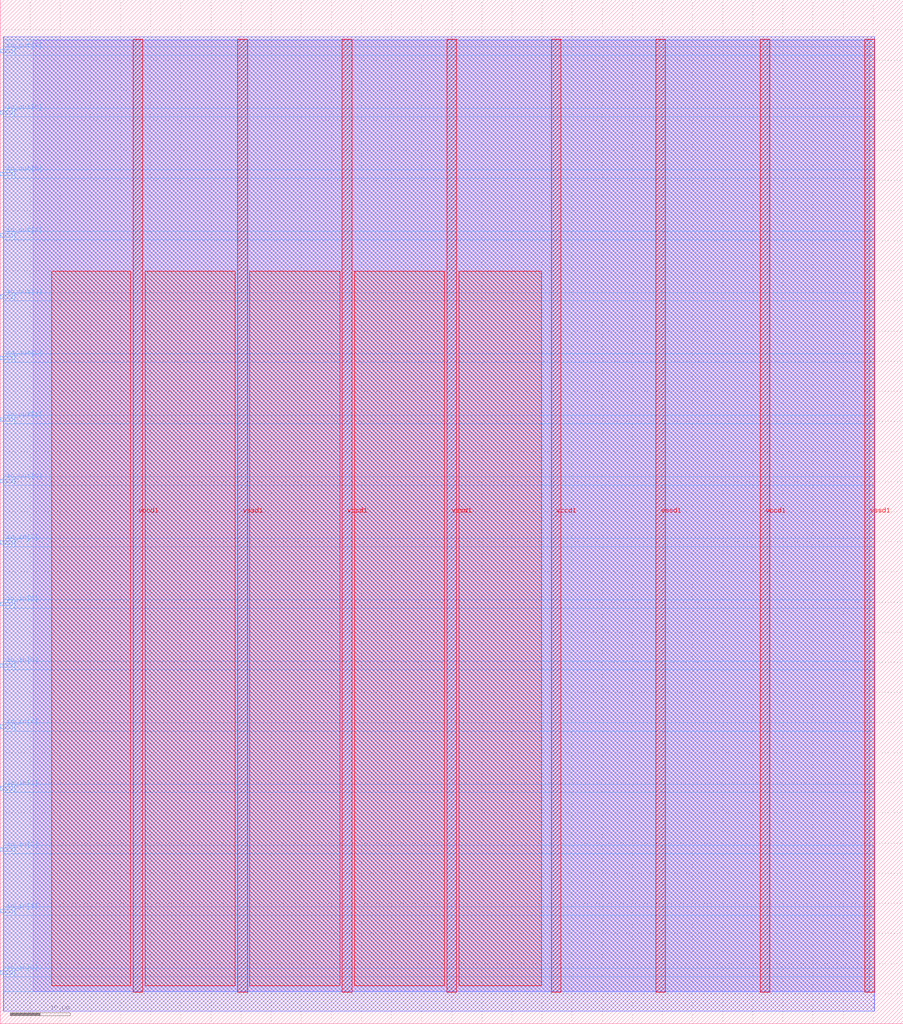
<source format=lef>
VERSION 5.7 ;
  NOWIREEXTENSIONATPIN ON ;
  DIVIDERCHAR "/" ;
  BUSBITCHARS "[]" ;
MACRO moonbase_cpu_4bit
  CLASS BLOCK ;
  FOREIGN moonbase_cpu_4bit ;
  ORIGIN 0.000 0.000 ;
  SIZE 150.000 BY 170.000 ;
  PIN io_in[0]
    DIRECTION INPUT ;
    USE SIGNAL ;
    PORT
      LAYER met3 ;
        RECT 0.000 8.200 2.000 8.800 ;
    END
  END io_in[0]
  PIN io_in[1]
    DIRECTION INPUT ;
    USE SIGNAL ;
    PORT
      LAYER met3 ;
        RECT 0.000 18.400 2.000 19.000 ;
    END
  END io_in[1]
  PIN io_in[2]
    DIRECTION INPUT ;
    USE SIGNAL ;
    PORT
      LAYER met3 ;
        RECT 0.000 28.600 2.000 29.200 ;
    END
  END io_in[2]
  PIN io_in[3]
    DIRECTION INPUT ;
    USE SIGNAL ;
    PORT
      LAYER met3 ;
        RECT 0.000 38.800 2.000 39.400 ;
    END
  END io_in[3]
  PIN io_in[4]
    DIRECTION INPUT ;
    USE SIGNAL ;
    PORT
      LAYER met3 ;
        RECT 0.000 49.000 2.000 49.600 ;
    END
  END io_in[4]
  PIN io_in[5]
    DIRECTION INPUT ;
    USE SIGNAL ;
    PORT
      LAYER met3 ;
        RECT 0.000 59.200 2.000 59.800 ;
    END
  END io_in[5]
  PIN io_in[6]
    DIRECTION INPUT ;
    USE SIGNAL ;
    PORT
      LAYER met3 ;
        RECT 0.000 69.400 2.000 70.000 ;
    END
  END io_in[6]
  PIN io_in[7]
    DIRECTION INPUT ;
    USE SIGNAL ;
    PORT
      LAYER met3 ;
        RECT 0.000 79.600 2.000 80.200 ;
    END
  END io_in[7]
  PIN io_out[0]
    DIRECTION OUTPUT TRISTATE ;
    USE SIGNAL ;
    PORT
      LAYER met3 ;
        RECT 0.000 89.800 2.000 90.400 ;
    END
  END io_out[0]
  PIN io_out[1]
    DIRECTION OUTPUT TRISTATE ;
    USE SIGNAL ;
    PORT
      LAYER met3 ;
        RECT 0.000 100.000 2.000 100.600 ;
    END
  END io_out[1]
  PIN io_out[2]
    DIRECTION OUTPUT TRISTATE ;
    USE SIGNAL ;
    PORT
      LAYER met3 ;
        RECT 0.000 110.200 2.000 110.800 ;
    END
  END io_out[2]
  PIN io_out[3]
    DIRECTION OUTPUT TRISTATE ;
    USE SIGNAL ;
    PORT
      LAYER met3 ;
        RECT 0.000 120.400 2.000 121.000 ;
    END
  END io_out[3]
  PIN io_out[4]
    DIRECTION OUTPUT TRISTATE ;
    USE SIGNAL ;
    PORT
      LAYER met3 ;
        RECT 0.000 130.600 2.000 131.200 ;
    END
  END io_out[4]
  PIN io_out[5]
    DIRECTION OUTPUT TRISTATE ;
    USE SIGNAL ;
    PORT
      LAYER met3 ;
        RECT 0.000 140.800 2.000 141.400 ;
    END
  END io_out[5]
  PIN io_out[6]
    DIRECTION OUTPUT TRISTATE ;
    USE SIGNAL ;
    PORT
      LAYER met3 ;
        RECT 0.000 151.000 2.000 151.600 ;
    END
  END io_out[6]
  PIN io_out[7]
    DIRECTION OUTPUT TRISTATE ;
    USE SIGNAL ;
    PORT
      LAYER met3 ;
        RECT 0.000 161.200 2.000 161.800 ;
    END
  END io_out[7]
  PIN vccd1
    DIRECTION INOUT ;
    USE POWER ;
    PORT
      LAYER met4 ;
        RECT 22.085 5.200 23.685 163.440 ;
    END
    PORT
      LAYER met4 ;
        RECT 56.815 5.200 58.415 163.440 ;
    END
    PORT
      LAYER met4 ;
        RECT 91.545 5.200 93.145 163.440 ;
    END
    PORT
      LAYER met4 ;
        RECT 126.275 5.200 127.875 163.440 ;
    END
  END vccd1
  PIN vssd1
    DIRECTION INOUT ;
    USE GROUND ;
    PORT
      LAYER met4 ;
        RECT 39.450 5.200 41.050 163.440 ;
    END
    PORT
      LAYER met4 ;
        RECT 74.180 5.200 75.780 163.440 ;
    END
    PORT
      LAYER met4 ;
        RECT 108.910 5.200 110.510 163.440 ;
    END
    PORT
      LAYER met4 ;
        RECT 143.640 5.200 145.240 163.440 ;
    END
  END vssd1
  OBS
      LAYER li1 ;
        RECT 5.520 5.355 144.440 163.285 ;
      LAYER met1 ;
        RECT 0.530 2.080 145.240 163.840 ;
      LAYER met2 ;
        RECT 0.550 2.050 145.210 163.870 ;
      LAYER met3 ;
        RECT 0.525 162.200 145.230 163.365 ;
        RECT 2.400 160.800 145.230 162.200 ;
        RECT 0.525 152.000 145.230 160.800 ;
        RECT 2.400 150.600 145.230 152.000 ;
        RECT 0.525 141.800 145.230 150.600 ;
        RECT 2.400 140.400 145.230 141.800 ;
        RECT 0.525 131.600 145.230 140.400 ;
        RECT 2.400 130.200 145.230 131.600 ;
        RECT 0.525 121.400 145.230 130.200 ;
        RECT 2.400 120.000 145.230 121.400 ;
        RECT 0.525 111.200 145.230 120.000 ;
        RECT 2.400 109.800 145.230 111.200 ;
        RECT 0.525 101.000 145.230 109.800 ;
        RECT 2.400 99.600 145.230 101.000 ;
        RECT 0.525 90.800 145.230 99.600 ;
        RECT 2.400 89.400 145.230 90.800 ;
        RECT 0.525 80.600 145.230 89.400 ;
        RECT 2.400 79.200 145.230 80.600 ;
        RECT 0.525 70.400 145.230 79.200 ;
        RECT 2.400 69.000 145.230 70.400 ;
        RECT 0.525 60.200 145.230 69.000 ;
        RECT 2.400 58.800 145.230 60.200 ;
        RECT 0.525 50.000 145.230 58.800 ;
        RECT 2.400 48.600 145.230 50.000 ;
        RECT 0.525 39.800 145.230 48.600 ;
        RECT 2.400 38.400 145.230 39.800 ;
        RECT 0.525 29.600 145.230 38.400 ;
        RECT 2.400 28.200 145.230 29.600 ;
        RECT 0.525 19.400 145.230 28.200 ;
        RECT 2.400 18.000 145.230 19.400 ;
        RECT 0.525 9.200 145.230 18.000 ;
        RECT 2.400 7.800 145.230 9.200 ;
        RECT 0.525 5.275 145.230 7.800 ;
      LAYER met4 ;
        RECT 8.575 6.295 21.685 124.945 ;
        RECT 24.085 6.295 39.050 124.945 ;
        RECT 41.450 6.295 56.415 124.945 ;
        RECT 58.815 6.295 73.780 124.945 ;
        RECT 76.180 6.295 89.865 124.945 ;
  END
END moonbase_cpu_4bit
END LIBRARY


</source>
